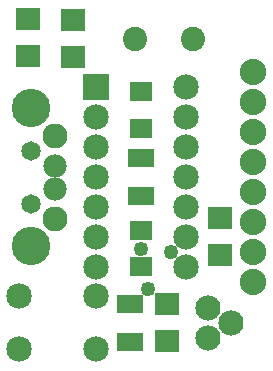
<source format=gts>
G04 MADE WITH FRITZING*
G04 WWW.FRITZING.ORG*
G04 DOUBLE SIDED*
G04 HOLES PLATED*
G04 CONTOUR ON CENTER OF CONTOUR VECTOR*
%ASAXBY*%
%FSLAX23Y23*%
%MOIN*%
%OFA0B0*%
%SFA1.0B1.0*%
%ADD10C,0.085000*%
%ADD11C,0.049370*%
%ADD12C,0.083701*%
%ADD13C,0.077716*%
%ADD14C,0.128425*%
%ADD15C,0.065000*%
%ADD16C,0.084000*%
%ADD17C,0.088000*%
%ADD18C,0.080925*%
%ADD19C,0.080866*%
%ADD20R,0.088736X0.059208*%
%ADD21R,0.088736X0.059222*%
%ADD22R,0.084803X0.072992*%
%ADD23R,0.085000X0.085000*%
%ADD24C,0.010000*%
%LNMASK1*%
G90*
G70*
G54D10*
X301Y48D03*
X45Y48D03*
X301Y225D03*
X45Y225D03*
G54D11*
X450Y323D03*
X550Y373D03*
X475Y248D03*
G54D12*
X165Y760D03*
G54D13*
X165Y661D03*
X165Y583D03*
G54D12*
X165Y484D03*
G54D14*
X83Y852D03*
X83Y392D03*
G54D15*
X83Y711D03*
X83Y533D03*
G54D12*
X165Y760D03*
G54D13*
X165Y661D03*
X165Y582D03*
G54D12*
X165Y484D03*
G54D14*
X83Y852D03*
X83Y392D03*
G54D15*
X83Y711D03*
X83Y533D03*
G54D16*
X675Y86D03*
X750Y136D03*
X675Y186D03*
X675Y86D03*
X750Y136D03*
X675Y186D03*
G54D11*
X450Y383D03*
G54D17*
X825Y273D03*
X825Y373D03*
X825Y473D03*
X825Y573D03*
X825Y673D03*
X825Y773D03*
X825Y873D03*
X825Y973D03*
G54D10*
X300Y923D03*
X600Y923D03*
X300Y823D03*
X600Y823D03*
X300Y723D03*
X600Y723D03*
X300Y623D03*
X600Y623D03*
X300Y523D03*
X600Y523D03*
X300Y423D03*
X600Y423D03*
X300Y323D03*
X600Y323D03*
G54D18*
X432Y1084D03*
G54D19*
X625Y1084D03*
G54D20*
X450Y558D03*
G54D21*
X450Y686D03*
G54D20*
X413Y201D03*
G54D21*
X413Y73D03*
G54D22*
X538Y76D03*
X538Y198D03*
X225Y1023D03*
X225Y1145D03*
X713Y486D03*
X713Y364D03*
X75Y1148D03*
X75Y1026D03*
G54D23*
X300Y923D03*
G54D24*
G36*
X488Y876D02*
X413Y876D01*
X413Y939D01*
X488Y939D01*
X488Y876D01*
G37*
D02*
G36*
X488Y754D02*
X413Y754D01*
X413Y817D01*
X488Y817D01*
X488Y754D01*
G37*
D02*
G36*
X488Y414D02*
X413Y414D01*
X413Y477D01*
X488Y477D01*
X488Y414D01*
G37*
D02*
G36*
X488Y292D02*
X413Y292D01*
X413Y355D01*
X488Y355D01*
X488Y292D01*
G37*
D02*
G04 End of Mask1*
M02*
</source>
